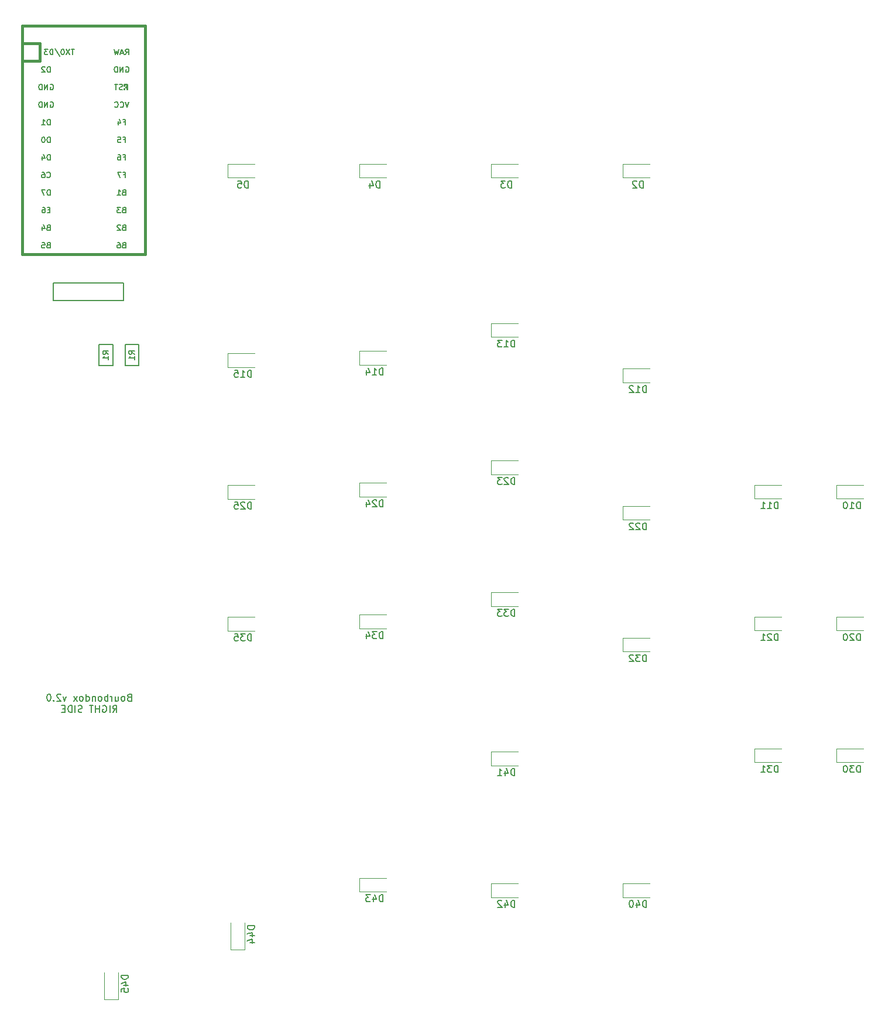
<source format=gbo>
G04 #@! TF.GenerationSoftware,KiCad,Pcbnew,5.1.10*
G04 #@! TF.CreationDate,2022-03-09T15:20:40-05:00*
G04 #@! TF.ProjectId,bourbondox2_right,626f7572-626f-46e6-946f-78325f726967,rev?*
G04 #@! TF.SameCoordinates,Original*
G04 #@! TF.FileFunction,Legend,Bot*
G04 #@! TF.FilePolarity,Positive*
%FSLAX46Y46*%
G04 Gerber Fmt 4.6, Leading zero omitted, Abs format (unit mm)*
G04 Created by KiCad (PCBNEW 5.1.10) date 2022-03-09 15:20:40*
%MOMM*%
%LPD*%
G01*
G04 APERTURE LIST*
%ADD10C,0.150000*%
%ADD11C,0.381000*%
%ADD12C,0.120000*%
G04 APERTURE END LIST*
D10*
X73230654Y-125309821D02*
X73087797Y-125357440D01*
X73040178Y-125405059D01*
X72992559Y-125500297D01*
X72992559Y-125643154D01*
X73040178Y-125738392D01*
X73087797Y-125786011D01*
X73183035Y-125833630D01*
X73563988Y-125833630D01*
X73563988Y-124833630D01*
X73230654Y-124833630D01*
X73135416Y-124881250D01*
X73087797Y-124928869D01*
X73040178Y-125024107D01*
X73040178Y-125119345D01*
X73087797Y-125214583D01*
X73135416Y-125262202D01*
X73230654Y-125309821D01*
X73563988Y-125309821D01*
X72421130Y-125833630D02*
X72516369Y-125786011D01*
X72563988Y-125738392D01*
X72611607Y-125643154D01*
X72611607Y-125357440D01*
X72563988Y-125262202D01*
X72516369Y-125214583D01*
X72421130Y-125166964D01*
X72278273Y-125166964D01*
X72183035Y-125214583D01*
X72135416Y-125262202D01*
X72087797Y-125357440D01*
X72087797Y-125643154D01*
X72135416Y-125738392D01*
X72183035Y-125786011D01*
X72278273Y-125833630D01*
X72421130Y-125833630D01*
X71230654Y-125166964D02*
X71230654Y-125833630D01*
X71659226Y-125166964D02*
X71659226Y-125690773D01*
X71611607Y-125786011D01*
X71516369Y-125833630D01*
X71373511Y-125833630D01*
X71278273Y-125786011D01*
X71230654Y-125738392D01*
X70754464Y-125833630D02*
X70754464Y-125166964D01*
X70754464Y-125357440D02*
X70706845Y-125262202D01*
X70659226Y-125214583D01*
X70563988Y-125166964D01*
X70468750Y-125166964D01*
X70135416Y-125833630D02*
X70135416Y-124833630D01*
X70135416Y-125214583D02*
X70040178Y-125166964D01*
X69849702Y-125166964D01*
X69754464Y-125214583D01*
X69706845Y-125262202D01*
X69659226Y-125357440D01*
X69659226Y-125643154D01*
X69706845Y-125738392D01*
X69754464Y-125786011D01*
X69849702Y-125833630D01*
X70040178Y-125833630D01*
X70135416Y-125786011D01*
X69087797Y-125833630D02*
X69183035Y-125786011D01*
X69230654Y-125738392D01*
X69278273Y-125643154D01*
X69278273Y-125357440D01*
X69230654Y-125262202D01*
X69183035Y-125214583D01*
X69087797Y-125166964D01*
X68944940Y-125166964D01*
X68849702Y-125214583D01*
X68802083Y-125262202D01*
X68754464Y-125357440D01*
X68754464Y-125643154D01*
X68802083Y-125738392D01*
X68849702Y-125786011D01*
X68944940Y-125833630D01*
X69087797Y-125833630D01*
X68325892Y-125166964D02*
X68325892Y-125833630D01*
X68325892Y-125262202D02*
X68278273Y-125214583D01*
X68183035Y-125166964D01*
X68040178Y-125166964D01*
X67944940Y-125214583D01*
X67897321Y-125309821D01*
X67897321Y-125833630D01*
X66992559Y-125833630D02*
X66992559Y-124833630D01*
X66992559Y-125786011D02*
X67087797Y-125833630D01*
X67278273Y-125833630D01*
X67373511Y-125786011D01*
X67421130Y-125738392D01*
X67468750Y-125643154D01*
X67468750Y-125357440D01*
X67421130Y-125262202D01*
X67373511Y-125214583D01*
X67278273Y-125166964D01*
X67087797Y-125166964D01*
X66992559Y-125214583D01*
X66373511Y-125833630D02*
X66468750Y-125786011D01*
X66516369Y-125738392D01*
X66563988Y-125643154D01*
X66563988Y-125357440D01*
X66516369Y-125262202D01*
X66468750Y-125214583D01*
X66373511Y-125166964D01*
X66230654Y-125166964D01*
X66135416Y-125214583D01*
X66087797Y-125262202D01*
X66040178Y-125357440D01*
X66040178Y-125643154D01*
X66087797Y-125738392D01*
X66135416Y-125786011D01*
X66230654Y-125833630D01*
X66373511Y-125833630D01*
X65706845Y-125833630D02*
X65183035Y-125166964D01*
X65706845Y-125166964D02*
X65183035Y-125833630D01*
X64135416Y-125166964D02*
X63897321Y-125833630D01*
X63659226Y-125166964D01*
X63325892Y-124928869D02*
X63278273Y-124881250D01*
X63183035Y-124833630D01*
X62944940Y-124833630D01*
X62849702Y-124881250D01*
X62802083Y-124928869D01*
X62754464Y-125024107D01*
X62754464Y-125119345D01*
X62802083Y-125262202D01*
X63373511Y-125833630D01*
X62754464Y-125833630D01*
X62325892Y-125738392D02*
X62278273Y-125786011D01*
X62325892Y-125833630D01*
X62373511Y-125786011D01*
X62325892Y-125738392D01*
X62325892Y-125833630D01*
X61659226Y-124833630D02*
X61563988Y-124833630D01*
X61468750Y-124881250D01*
X61421130Y-124928869D01*
X61373511Y-125024107D01*
X61325892Y-125214583D01*
X61325892Y-125452678D01*
X61373511Y-125643154D01*
X61421130Y-125738392D01*
X61468750Y-125786011D01*
X61563988Y-125833630D01*
X61659226Y-125833630D01*
X61754464Y-125786011D01*
X61802083Y-125738392D01*
X61849702Y-125643154D01*
X61897321Y-125452678D01*
X61897321Y-125214583D01*
X61849702Y-125024107D01*
X61802083Y-124928869D01*
X61754464Y-124881250D01*
X61659226Y-124833630D01*
X70849702Y-127483630D02*
X71183035Y-127007440D01*
X71421130Y-127483630D02*
X71421130Y-126483630D01*
X71040178Y-126483630D01*
X70944940Y-126531250D01*
X70897321Y-126578869D01*
X70849702Y-126674107D01*
X70849702Y-126816964D01*
X70897321Y-126912202D01*
X70944940Y-126959821D01*
X71040178Y-127007440D01*
X71421130Y-127007440D01*
X70421130Y-127483630D02*
X70421130Y-126483630D01*
X69421130Y-126531250D02*
X69516369Y-126483630D01*
X69659226Y-126483630D01*
X69802083Y-126531250D01*
X69897321Y-126626488D01*
X69944940Y-126721726D01*
X69992559Y-126912202D01*
X69992559Y-127055059D01*
X69944940Y-127245535D01*
X69897321Y-127340773D01*
X69802083Y-127436011D01*
X69659226Y-127483630D01*
X69563988Y-127483630D01*
X69421130Y-127436011D01*
X69373511Y-127388392D01*
X69373511Y-127055059D01*
X69563988Y-127055059D01*
X68944940Y-127483630D02*
X68944940Y-126483630D01*
X68944940Y-126959821D02*
X68373511Y-126959821D01*
X68373511Y-127483630D02*
X68373511Y-126483630D01*
X68040178Y-126483630D02*
X67468750Y-126483630D01*
X67754464Y-127483630D02*
X67754464Y-126483630D01*
X66421130Y-127436011D02*
X66278273Y-127483630D01*
X66040178Y-127483630D01*
X65944940Y-127436011D01*
X65897321Y-127388392D01*
X65849702Y-127293154D01*
X65849702Y-127197916D01*
X65897321Y-127102678D01*
X65944940Y-127055059D01*
X66040178Y-127007440D01*
X66230654Y-126959821D01*
X66325892Y-126912202D01*
X66373511Y-126864583D01*
X66421130Y-126769345D01*
X66421130Y-126674107D01*
X66373511Y-126578869D01*
X66325892Y-126531250D01*
X66230654Y-126483630D01*
X65992559Y-126483630D01*
X65849702Y-126531250D01*
X65421130Y-127483630D02*
X65421130Y-126483630D01*
X64944940Y-127483630D02*
X64944940Y-126483630D01*
X64706845Y-126483630D01*
X64563988Y-126531250D01*
X64468750Y-126626488D01*
X64421130Y-126721726D01*
X64373511Y-126912202D01*
X64373511Y-127055059D01*
X64421130Y-127245535D01*
X64468750Y-127340773D01*
X64563988Y-127436011D01*
X64706845Y-127483630D01*
X64944940Y-127483630D01*
X63944940Y-126959821D02*
X63611607Y-126959821D01*
X63468750Y-127483630D02*
X63944940Y-127483630D01*
X63944940Y-126483630D01*
X63468750Y-126483630D01*
D11*
G04 #@! TO.C,U1*
X60325000Y-33337500D02*
X57785000Y-33337500D01*
X60325000Y-30797500D02*
X60325000Y-33337500D01*
D10*
G36*
X72719635Y-37086530D02*
G01*
X72719635Y-37186530D01*
X72819635Y-37186530D01*
X72819635Y-37086530D01*
X72719635Y-37086530D01*
G37*
X72719635Y-37086530D02*
X72719635Y-37186530D01*
X72819635Y-37186530D01*
X72819635Y-37086530D01*
X72719635Y-37086530D01*
G36*
X72919635Y-36686530D02*
G01*
X72919635Y-37486530D01*
X73019635Y-37486530D01*
X73019635Y-36686530D01*
X72919635Y-36686530D01*
G37*
X72919635Y-36686530D02*
X72919635Y-37486530D01*
X73019635Y-37486530D01*
X73019635Y-36686530D01*
X72919635Y-36686530D01*
G36*
X72519635Y-37286530D02*
G01*
X72519635Y-37486530D01*
X72619635Y-37486530D01*
X72619635Y-37286530D01*
X72519635Y-37286530D01*
G37*
X72519635Y-37286530D02*
X72519635Y-37486530D01*
X72619635Y-37486530D01*
X72619635Y-37286530D01*
X72519635Y-37286530D01*
G36*
X72519635Y-36686530D02*
G01*
X72519635Y-36986530D01*
X72619635Y-36986530D01*
X72619635Y-36686530D01*
X72519635Y-36686530D01*
G37*
X72519635Y-36686530D02*
X72519635Y-36986530D01*
X72619635Y-36986530D01*
X72619635Y-36686530D01*
X72519635Y-36686530D01*
G36*
X72519635Y-36686530D02*
G01*
X72519635Y-36786530D01*
X73019635Y-36786530D01*
X73019635Y-36686530D01*
X72519635Y-36686530D01*
G37*
X72519635Y-36686530D02*
X72519635Y-36786530D01*
X73019635Y-36786530D01*
X73019635Y-36686530D01*
X72519635Y-36686530D01*
D11*
X75565000Y-61277500D02*
X75565000Y-28257500D01*
X57785000Y-61277500D02*
X75565000Y-61277500D01*
X57785000Y-28257500D02*
X57785000Y-61277500D01*
X75565000Y-28257500D02*
X57785000Y-28257500D01*
X60325000Y-30797500D02*
X57785000Y-30797500D01*
D10*
G04 #@! TO.C,R2*
X74624240Y-74338499D02*
X74624240Y-77338499D01*
X74624240Y-77338499D02*
X72624240Y-77338499D01*
X72624240Y-77338499D02*
X72624240Y-74338499D01*
X72624240Y-74338499D02*
X74624240Y-74338499D01*
G04 #@! TO.C,R1*
X70850000Y-74338499D02*
X70850000Y-77338499D01*
X70850000Y-77338499D02*
X68850000Y-77338499D01*
X68850000Y-77338499D02*
X68850000Y-74338499D01*
X68850000Y-74338499D02*
X70850000Y-74338499D01*
G04 #@! TO.C,OL1*
X62230000Y-65405000D02*
X72390000Y-65405000D01*
X72390000Y-65405000D02*
X72390000Y-67945000D01*
X72390000Y-67945000D02*
X62230000Y-67945000D01*
X62230000Y-67945000D02*
X62230000Y-65405000D01*
D12*
G04 #@! TO.C,D45*
X71643750Y-168937500D02*
X69643750Y-168937500D01*
X69643750Y-168937500D02*
X69643750Y-165037500D01*
X71643750Y-168937500D02*
X71643750Y-165037500D01*
G04 #@! TO.C,D44*
X89900000Y-161793750D02*
X87900000Y-161793750D01*
X87900000Y-161793750D02*
X87900000Y-157893750D01*
X89900000Y-161793750D02*
X89900000Y-157893750D01*
G04 #@! TO.C,D43*
X106493750Y-153400000D02*
X106493750Y-151400000D01*
X106493750Y-151400000D02*
X110393750Y-151400000D01*
X106493750Y-153400000D02*
X110393750Y-153400000D01*
G04 #@! TO.C,D42*
X125543750Y-154193750D02*
X125543750Y-152193750D01*
X125543750Y-152193750D02*
X129443750Y-152193750D01*
X125543750Y-154193750D02*
X129443750Y-154193750D01*
G04 #@! TO.C,D41*
X125543750Y-135143750D02*
X125543750Y-133143750D01*
X125543750Y-133143750D02*
X129443750Y-133143750D01*
X125543750Y-135143750D02*
X129443750Y-135143750D01*
G04 #@! TO.C,D40*
X144593750Y-154193750D02*
X144593750Y-152193750D01*
X144593750Y-152193750D02*
X148493750Y-152193750D01*
X144593750Y-154193750D02*
X148493750Y-154193750D01*
G04 #@! TO.C,D35*
X87443750Y-115675000D02*
X87443750Y-113675000D01*
X87443750Y-113675000D02*
X91343750Y-113675000D01*
X87443750Y-115675000D02*
X91343750Y-115675000D01*
G04 #@! TO.C,D34*
X106493750Y-115375000D02*
X106493750Y-113375000D01*
X106493750Y-113375000D02*
X110393750Y-113375000D01*
X106493750Y-115375000D02*
X110393750Y-115375000D01*
G04 #@! TO.C,D33*
X125543750Y-112125000D02*
X125543750Y-110125000D01*
X125543750Y-110125000D02*
X129443750Y-110125000D01*
X125543750Y-112125000D02*
X129443750Y-112125000D01*
G04 #@! TO.C,D32*
X144593750Y-118700000D02*
X144593750Y-116700000D01*
X144593750Y-116700000D02*
X148493750Y-116700000D01*
X144593750Y-118700000D02*
X148493750Y-118700000D01*
G04 #@! TO.C,D31*
X163643750Y-134700000D02*
X163643750Y-132700000D01*
X163643750Y-132700000D02*
X167543750Y-132700000D01*
X163643750Y-134700000D02*
X167543750Y-134700000D01*
G04 #@! TO.C,D30*
X175550000Y-134700000D02*
X175550000Y-132700000D01*
X175550000Y-132700000D02*
X179450000Y-132700000D01*
X175550000Y-134700000D02*
X179450000Y-134700000D01*
G04 #@! TO.C,D25*
X87443750Y-96625000D02*
X87443750Y-94625000D01*
X87443750Y-94625000D02*
X91343750Y-94625000D01*
X87443750Y-96625000D02*
X91343750Y-96625000D01*
G04 #@! TO.C,D24*
X106493750Y-96325000D02*
X106493750Y-94325000D01*
X106493750Y-94325000D02*
X110393750Y-94325000D01*
X106493750Y-96325000D02*
X110393750Y-96325000D01*
G04 #@! TO.C,D23*
X125543750Y-93075000D02*
X125543750Y-91075000D01*
X125543750Y-91075000D02*
X129443750Y-91075000D01*
X125543750Y-93075000D02*
X129443750Y-93075000D01*
G04 #@! TO.C,D22*
X144593750Y-99650000D02*
X144593750Y-97650000D01*
X144593750Y-97650000D02*
X148493750Y-97650000D01*
X144593750Y-99650000D02*
X148493750Y-99650000D01*
G04 #@! TO.C,D21*
X163643750Y-115650000D02*
X163643750Y-113650000D01*
X163643750Y-113650000D02*
X167543750Y-113650000D01*
X163643750Y-115650000D02*
X167543750Y-115650000D01*
G04 #@! TO.C,D20*
X175550000Y-115650000D02*
X175550000Y-113650000D01*
X175550000Y-113650000D02*
X179450000Y-113650000D01*
X175550000Y-115650000D02*
X179450000Y-115650000D01*
G04 #@! TO.C,D15*
X87443750Y-77575000D02*
X87443750Y-75575000D01*
X87443750Y-75575000D02*
X91343750Y-75575000D01*
X87443750Y-77575000D02*
X91343750Y-77575000D01*
G04 #@! TO.C,D14*
X106493750Y-77275000D02*
X106493750Y-75275000D01*
X106493750Y-75275000D02*
X110393750Y-75275000D01*
X106493750Y-77275000D02*
X110393750Y-77275000D01*
G04 #@! TO.C,D13*
X125543750Y-73231250D02*
X125543750Y-71231250D01*
X125543750Y-71231250D02*
X129443750Y-71231250D01*
X125543750Y-73231250D02*
X129443750Y-73231250D01*
G04 #@! TO.C,D12*
X144593750Y-79806250D02*
X144593750Y-77806250D01*
X144593750Y-77806250D02*
X148493750Y-77806250D01*
X144593750Y-79806250D02*
X148493750Y-79806250D01*
G04 #@! TO.C,D11*
X163643750Y-96600000D02*
X163643750Y-94600000D01*
X163643750Y-94600000D02*
X167543750Y-94600000D01*
X163643750Y-96600000D02*
X167543750Y-96600000D01*
G04 #@! TO.C,D10*
X175550000Y-96600000D02*
X175550000Y-94600000D01*
X175550000Y-94600000D02*
X179450000Y-94600000D01*
X175550000Y-96600000D02*
X179450000Y-96600000D01*
G04 #@! TO.C,D5*
X87443750Y-50212500D02*
X87443750Y-48212500D01*
X87443750Y-48212500D02*
X91343750Y-48212500D01*
X87443750Y-50212500D02*
X91343750Y-50212500D01*
G04 #@! TO.C,D4*
X106493750Y-50212500D02*
X106493750Y-48212500D01*
X106493750Y-48212500D02*
X110393750Y-48212500D01*
X106493750Y-50212500D02*
X110393750Y-50212500D01*
G04 #@! TO.C,D3*
X125543750Y-50212500D02*
X125543750Y-48212500D01*
X125543750Y-48212500D02*
X129443750Y-48212500D01*
X125543750Y-50212500D02*
X129443750Y-50212500D01*
G04 #@! TO.C,D2*
X144593750Y-50212500D02*
X144593750Y-48212500D01*
X144593750Y-48212500D02*
X148493750Y-48212500D01*
X144593750Y-50212500D02*
X148493750Y-50212500D01*
G04 #@! TO.C,U1*
D10*
X72248333Y-37451309D02*
X72134047Y-37489404D01*
X71943571Y-37489404D01*
X71867380Y-37451309D01*
X71829285Y-37413214D01*
X71791190Y-37337023D01*
X71791190Y-37260833D01*
X71829285Y-37184642D01*
X71867380Y-37146547D01*
X71943571Y-37108452D01*
X72095952Y-37070357D01*
X72172142Y-37032261D01*
X72210238Y-36994166D01*
X72248333Y-36917976D01*
X72248333Y-36841785D01*
X72210238Y-36765595D01*
X72172142Y-36727500D01*
X72095952Y-36689404D01*
X71905476Y-36689404D01*
X71791190Y-36727500D01*
X71562619Y-36689404D02*
X71105476Y-36689404D01*
X71334047Y-37489404D02*
X71334047Y-36689404D01*
X65293604Y-31629404D02*
X64836461Y-31629404D01*
X65065032Y-32429404D02*
X65065032Y-31629404D01*
X64645985Y-31629404D02*
X64112651Y-32429404D01*
X64112651Y-31629404D02*
X64645985Y-32429404D01*
X63655508Y-31629404D02*
X63579318Y-31629404D01*
X63503128Y-31667500D01*
X63465032Y-31705595D01*
X63426937Y-31781785D01*
X63388842Y-31934166D01*
X63388842Y-32124642D01*
X63426937Y-32277023D01*
X63465032Y-32353214D01*
X63503128Y-32391309D01*
X63579318Y-32429404D01*
X63655508Y-32429404D01*
X63731699Y-32391309D01*
X63769794Y-32353214D01*
X63807889Y-32277023D01*
X63845985Y-32124642D01*
X63845985Y-31934166D01*
X63807889Y-31781785D01*
X63769794Y-31705595D01*
X63731699Y-31667500D01*
X63655508Y-31629404D01*
X62474556Y-31591309D02*
X63160270Y-32619880D01*
X62207889Y-32429404D02*
X62207889Y-31629404D01*
X62017413Y-31629404D01*
X61903128Y-31667500D01*
X61826937Y-31743690D01*
X61788842Y-31819880D01*
X61750747Y-31972261D01*
X61750747Y-32086547D01*
X61788842Y-32238928D01*
X61826937Y-32315119D01*
X61903128Y-32391309D01*
X62017413Y-32429404D01*
X62207889Y-32429404D01*
X61484080Y-31629404D02*
X60988842Y-31629404D01*
X61255508Y-31934166D01*
X61141223Y-31934166D01*
X61065032Y-31972261D01*
X61026937Y-32010357D01*
X60988842Y-32086547D01*
X60988842Y-32277023D01*
X61026937Y-32353214D01*
X61065032Y-32391309D01*
X61141223Y-32429404D01*
X61369794Y-32429404D01*
X61445985Y-32391309D01*
X61484080Y-32353214D01*
X72459809Y-57410357D02*
X72345523Y-57448452D01*
X72307428Y-57486547D01*
X72269333Y-57562738D01*
X72269333Y-57677023D01*
X72307428Y-57753214D01*
X72345523Y-57791309D01*
X72421714Y-57829404D01*
X72726476Y-57829404D01*
X72726476Y-57029404D01*
X72459809Y-57029404D01*
X72383619Y-57067500D01*
X72345523Y-57105595D01*
X72307428Y-57181785D01*
X72307428Y-57257976D01*
X72345523Y-57334166D01*
X72383619Y-57372261D01*
X72459809Y-57410357D01*
X72726476Y-57410357D01*
X71964571Y-57105595D02*
X71926476Y-57067500D01*
X71850285Y-57029404D01*
X71659809Y-57029404D01*
X71583619Y-57067500D01*
X71545523Y-57105595D01*
X71507428Y-57181785D01*
X71507428Y-57257976D01*
X71545523Y-57372261D01*
X72002666Y-57829404D01*
X71507428Y-57829404D01*
X72402666Y-49790357D02*
X72669333Y-49790357D01*
X72669333Y-50209404D02*
X72669333Y-49409404D01*
X72288380Y-49409404D01*
X72059809Y-49409404D02*
X71526476Y-49409404D01*
X71869333Y-50209404D01*
X72402666Y-47250357D02*
X72669333Y-47250357D01*
X72669333Y-47669404D02*
X72669333Y-46869404D01*
X72288380Y-46869404D01*
X71640761Y-46869404D02*
X71793142Y-46869404D01*
X71869333Y-46907500D01*
X71907428Y-46945595D01*
X71983619Y-47059880D01*
X72021714Y-47212261D01*
X72021714Y-47517023D01*
X71983619Y-47593214D01*
X71945523Y-47631309D01*
X71869333Y-47669404D01*
X71716952Y-47669404D01*
X71640761Y-47631309D01*
X71602666Y-47593214D01*
X71564571Y-47517023D01*
X71564571Y-47326547D01*
X71602666Y-47250357D01*
X71640761Y-47212261D01*
X71716952Y-47174166D01*
X71869333Y-47174166D01*
X71945523Y-47212261D01*
X71983619Y-47250357D01*
X72021714Y-47326547D01*
X72402666Y-44710357D02*
X72669333Y-44710357D01*
X72669333Y-45129404D02*
X72669333Y-44329404D01*
X72288380Y-44329404D01*
X71602666Y-44329404D02*
X71983619Y-44329404D01*
X72021714Y-44710357D01*
X71983619Y-44672261D01*
X71907428Y-44634166D01*
X71716952Y-44634166D01*
X71640761Y-44672261D01*
X71602666Y-44710357D01*
X71564571Y-44786547D01*
X71564571Y-44977023D01*
X71602666Y-45053214D01*
X71640761Y-45091309D01*
X71716952Y-45129404D01*
X71907428Y-45129404D01*
X71983619Y-45091309D01*
X72021714Y-45053214D01*
X72688380Y-32429404D02*
X72955047Y-32048452D01*
X73145523Y-32429404D02*
X73145523Y-31629404D01*
X72840761Y-31629404D01*
X72764571Y-31667500D01*
X72726476Y-31705595D01*
X72688380Y-31781785D01*
X72688380Y-31896071D01*
X72726476Y-31972261D01*
X72764571Y-32010357D01*
X72840761Y-32048452D01*
X73145523Y-32048452D01*
X72383619Y-32200833D02*
X72002666Y-32200833D01*
X72459809Y-32429404D02*
X72193142Y-31629404D01*
X71926476Y-32429404D01*
X71736000Y-31629404D02*
X71545523Y-32429404D01*
X71393142Y-31857976D01*
X71240761Y-32429404D01*
X71050285Y-31629404D01*
X72745523Y-34207500D02*
X72821714Y-34169404D01*
X72936000Y-34169404D01*
X73050285Y-34207500D01*
X73126476Y-34283690D01*
X73164571Y-34359880D01*
X73202666Y-34512261D01*
X73202666Y-34626547D01*
X73164571Y-34778928D01*
X73126476Y-34855119D01*
X73050285Y-34931309D01*
X72936000Y-34969404D01*
X72859809Y-34969404D01*
X72745523Y-34931309D01*
X72707428Y-34893214D01*
X72707428Y-34626547D01*
X72859809Y-34626547D01*
X72364571Y-34969404D02*
X72364571Y-34169404D01*
X71907428Y-34969404D01*
X71907428Y-34169404D01*
X71526476Y-34969404D02*
X71526476Y-34169404D01*
X71336000Y-34169404D01*
X71221714Y-34207500D01*
X71145523Y-34283690D01*
X71107428Y-34359880D01*
X71069333Y-34512261D01*
X71069333Y-34626547D01*
X71107428Y-34778928D01*
X71145523Y-34855119D01*
X71221714Y-34931309D01*
X71336000Y-34969404D01*
X71526476Y-34969404D01*
X73202666Y-39249404D02*
X72936000Y-40049404D01*
X72669333Y-39249404D01*
X71945523Y-39973214D02*
X71983619Y-40011309D01*
X72097904Y-40049404D01*
X72174095Y-40049404D01*
X72288380Y-40011309D01*
X72364571Y-39935119D01*
X72402666Y-39858928D01*
X72440761Y-39706547D01*
X72440761Y-39592261D01*
X72402666Y-39439880D01*
X72364571Y-39363690D01*
X72288380Y-39287500D01*
X72174095Y-39249404D01*
X72097904Y-39249404D01*
X71983619Y-39287500D01*
X71945523Y-39325595D01*
X71145523Y-39973214D02*
X71183619Y-40011309D01*
X71297904Y-40049404D01*
X71374095Y-40049404D01*
X71488380Y-40011309D01*
X71564571Y-39935119D01*
X71602666Y-39858928D01*
X71640761Y-39706547D01*
X71640761Y-39592261D01*
X71602666Y-39439880D01*
X71564571Y-39363690D01*
X71488380Y-39287500D01*
X71374095Y-39249404D01*
X71297904Y-39249404D01*
X71183619Y-39287500D01*
X71145523Y-39325595D01*
X72402666Y-42170357D02*
X72669333Y-42170357D01*
X72669333Y-42589404D02*
X72669333Y-41789404D01*
X72288380Y-41789404D01*
X71640761Y-42056071D02*
X71640761Y-42589404D01*
X71831238Y-41751309D02*
X72021714Y-42322738D01*
X71526476Y-42322738D01*
X72459809Y-52330357D02*
X72345523Y-52368452D01*
X72307428Y-52406547D01*
X72269333Y-52482738D01*
X72269333Y-52597023D01*
X72307428Y-52673214D01*
X72345523Y-52711309D01*
X72421714Y-52749404D01*
X72726476Y-52749404D01*
X72726476Y-51949404D01*
X72459809Y-51949404D01*
X72383619Y-51987500D01*
X72345523Y-52025595D01*
X72307428Y-52101785D01*
X72307428Y-52177976D01*
X72345523Y-52254166D01*
X72383619Y-52292261D01*
X72459809Y-52330357D01*
X72726476Y-52330357D01*
X71507428Y-52749404D02*
X71964571Y-52749404D01*
X71736000Y-52749404D02*
X71736000Y-51949404D01*
X71812190Y-52063690D01*
X71888380Y-52139880D01*
X71964571Y-52177976D01*
X72459809Y-54870357D02*
X72345523Y-54908452D01*
X72307428Y-54946547D01*
X72269333Y-55022738D01*
X72269333Y-55137023D01*
X72307428Y-55213214D01*
X72345523Y-55251309D01*
X72421714Y-55289404D01*
X72726476Y-55289404D01*
X72726476Y-54489404D01*
X72459809Y-54489404D01*
X72383619Y-54527500D01*
X72345523Y-54565595D01*
X72307428Y-54641785D01*
X72307428Y-54717976D01*
X72345523Y-54794166D01*
X72383619Y-54832261D01*
X72459809Y-54870357D01*
X72726476Y-54870357D01*
X72002666Y-54489404D02*
X71507428Y-54489404D01*
X71774095Y-54794166D01*
X71659809Y-54794166D01*
X71583619Y-54832261D01*
X71545523Y-54870357D01*
X71507428Y-54946547D01*
X71507428Y-55137023D01*
X71545523Y-55213214D01*
X71583619Y-55251309D01*
X71659809Y-55289404D01*
X71888380Y-55289404D01*
X71964571Y-55251309D01*
X72002666Y-55213214D01*
X72459809Y-59950357D02*
X72345523Y-59988452D01*
X72307428Y-60026547D01*
X72269333Y-60102738D01*
X72269333Y-60217023D01*
X72307428Y-60293214D01*
X72345523Y-60331309D01*
X72421714Y-60369404D01*
X72726476Y-60369404D01*
X72726476Y-59569404D01*
X72459809Y-59569404D01*
X72383619Y-59607500D01*
X72345523Y-59645595D01*
X72307428Y-59721785D01*
X72307428Y-59797976D01*
X72345523Y-59874166D01*
X72383619Y-59912261D01*
X72459809Y-59950357D01*
X72726476Y-59950357D01*
X71583619Y-59569404D02*
X71736000Y-59569404D01*
X71812190Y-59607500D01*
X71850285Y-59645595D01*
X71926476Y-59759880D01*
X71964571Y-59912261D01*
X71964571Y-60217023D01*
X71926476Y-60293214D01*
X71888380Y-60331309D01*
X71812190Y-60369404D01*
X71659809Y-60369404D01*
X71583619Y-60331309D01*
X71545523Y-60293214D01*
X71507428Y-60217023D01*
X71507428Y-60026547D01*
X71545523Y-59950357D01*
X71583619Y-59912261D01*
X71659809Y-59874166D01*
X71812190Y-59874166D01*
X71888380Y-59912261D01*
X71926476Y-59950357D01*
X71964571Y-60026547D01*
X61537809Y-59950357D02*
X61423523Y-59988452D01*
X61385428Y-60026547D01*
X61347333Y-60102738D01*
X61347333Y-60217023D01*
X61385428Y-60293214D01*
X61423523Y-60331309D01*
X61499714Y-60369404D01*
X61804476Y-60369404D01*
X61804476Y-59569404D01*
X61537809Y-59569404D01*
X61461619Y-59607500D01*
X61423523Y-59645595D01*
X61385428Y-59721785D01*
X61385428Y-59797976D01*
X61423523Y-59874166D01*
X61461619Y-59912261D01*
X61537809Y-59950357D01*
X61804476Y-59950357D01*
X60623523Y-59569404D02*
X61004476Y-59569404D01*
X61042571Y-59950357D01*
X61004476Y-59912261D01*
X60928285Y-59874166D01*
X60737809Y-59874166D01*
X60661619Y-59912261D01*
X60623523Y-59950357D01*
X60585428Y-60026547D01*
X60585428Y-60217023D01*
X60623523Y-60293214D01*
X60661619Y-60331309D01*
X60737809Y-60369404D01*
X60928285Y-60369404D01*
X61004476Y-60331309D01*
X61042571Y-60293214D01*
X61537809Y-57410357D02*
X61423523Y-57448452D01*
X61385428Y-57486547D01*
X61347333Y-57562738D01*
X61347333Y-57677023D01*
X61385428Y-57753214D01*
X61423523Y-57791309D01*
X61499714Y-57829404D01*
X61804476Y-57829404D01*
X61804476Y-57029404D01*
X61537809Y-57029404D01*
X61461619Y-57067500D01*
X61423523Y-57105595D01*
X61385428Y-57181785D01*
X61385428Y-57257976D01*
X61423523Y-57334166D01*
X61461619Y-57372261D01*
X61537809Y-57410357D01*
X61804476Y-57410357D01*
X60661619Y-57296071D02*
X60661619Y-57829404D01*
X60852095Y-56991309D02*
X61042571Y-57562738D01*
X60547333Y-57562738D01*
X61766380Y-54870357D02*
X61499714Y-54870357D01*
X61385428Y-55289404D02*
X61766380Y-55289404D01*
X61766380Y-54489404D01*
X61385428Y-54489404D01*
X60699714Y-54489404D02*
X60852095Y-54489404D01*
X60928285Y-54527500D01*
X60966380Y-54565595D01*
X61042571Y-54679880D01*
X61080666Y-54832261D01*
X61080666Y-55137023D01*
X61042571Y-55213214D01*
X61004476Y-55251309D01*
X60928285Y-55289404D01*
X60775904Y-55289404D01*
X60699714Y-55251309D01*
X60661619Y-55213214D01*
X60623523Y-55137023D01*
X60623523Y-54946547D01*
X60661619Y-54870357D01*
X60699714Y-54832261D01*
X60775904Y-54794166D01*
X60928285Y-54794166D01*
X61004476Y-54832261D01*
X61042571Y-54870357D01*
X61080666Y-54946547D01*
X61804476Y-52749404D02*
X61804476Y-51949404D01*
X61614000Y-51949404D01*
X61499714Y-51987500D01*
X61423523Y-52063690D01*
X61385428Y-52139880D01*
X61347333Y-52292261D01*
X61347333Y-52406547D01*
X61385428Y-52558928D01*
X61423523Y-52635119D01*
X61499714Y-52711309D01*
X61614000Y-52749404D01*
X61804476Y-52749404D01*
X61080666Y-51949404D02*
X60547333Y-51949404D01*
X60890190Y-52749404D01*
X61347333Y-50133214D02*
X61385428Y-50171309D01*
X61499714Y-50209404D01*
X61575904Y-50209404D01*
X61690190Y-50171309D01*
X61766380Y-50095119D01*
X61804476Y-50018928D01*
X61842571Y-49866547D01*
X61842571Y-49752261D01*
X61804476Y-49599880D01*
X61766380Y-49523690D01*
X61690190Y-49447500D01*
X61575904Y-49409404D01*
X61499714Y-49409404D01*
X61385428Y-49447500D01*
X61347333Y-49485595D01*
X60661619Y-49409404D02*
X60814000Y-49409404D01*
X60890190Y-49447500D01*
X60928285Y-49485595D01*
X61004476Y-49599880D01*
X61042571Y-49752261D01*
X61042571Y-50057023D01*
X61004476Y-50133214D01*
X60966380Y-50171309D01*
X60890190Y-50209404D01*
X60737809Y-50209404D01*
X60661619Y-50171309D01*
X60623523Y-50133214D01*
X60585428Y-50057023D01*
X60585428Y-49866547D01*
X60623523Y-49790357D01*
X60661619Y-49752261D01*
X60737809Y-49714166D01*
X60890190Y-49714166D01*
X60966380Y-49752261D01*
X61004476Y-49790357D01*
X61042571Y-49866547D01*
X61804476Y-47669404D02*
X61804476Y-46869404D01*
X61614000Y-46869404D01*
X61499714Y-46907500D01*
X61423523Y-46983690D01*
X61385428Y-47059880D01*
X61347333Y-47212261D01*
X61347333Y-47326547D01*
X61385428Y-47478928D01*
X61423523Y-47555119D01*
X61499714Y-47631309D01*
X61614000Y-47669404D01*
X61804476Y-47669404D01*
X60661619Y-47136071D02*
X60661619Y-47669404D01*
X60852095Y-46831309D02*
X61042571Y-47402738D01*
X60547333Y-47402738D01*
X61823523Y-36747500D02*
X61899714Y-36709404D01*
X62014000Y-36709404D01*
X62128285Y-36747500D01*
X62204476Y-36823690D01*
X62242571Y-36899880D01*
X62280666Y-37052261D01*
X62280666Y-37166547D01*
X62242571Y-37318928D01*
X62204476Y-37395119D01*
X62128285Y-37471309D01*
X62014000Y-37509404D01*
X61937809Y-37509404D01*
X61823523Y-37471309D01*
X61785428Y-37433214D01*
X61785428Y-37166547D01*
X61937809Y-37166547D01*
X61442571Y-37509404D02*
X61442571Y-36709404D01*
X60985428Y-37509404D01*
X60985428Y-36709404D01*
X60604476Y-37509404D02*
X60604476Y-36709404D01*
X60414000Y-36709404D01*
X60299714Y-36747500D01*
X60223523Y-36823690D01*
X60185428Y-36899880D01*
X60147333Y-37052261D01*
X60147333Y-37166547D01*
X60185428Y-37318928D01*
X60223523Y-37395119D01*
X60299714Y-37471309D01*
X60414000Y-37509404D01*
X60604476Y-37509404D01*
X61823523Y-39287500D02*
X61899714Y-39249404D01*
X62014000Y-39249404D01*
X62128285Y-39287500D01*
X62204476Y-39363690D01*
X62242571Y-39439880D01*
X62280666Y-39592261D01*
X62280666Y-39706547D01*
X62242571Y-39858928D01*
X62204476Y-39935119D01*
X62128285Y-40011309D01*
X62014000Y-40049404D01*
X61937809Y-40049404D01*
X61823523Y-40011309D01*
X61785428Y-39973214D01*
X61785428Y-39706547D01*
X61937809Y-39706547D01*
X61442571Y-40049404D02*
X61442571Y-39249404D01*
X60985428Y-40049404D01*
X60985428Y-39249404D01*
X60604476Y-40049404D02*
X60604476Y-39249404D01*
X60414000Y-39249404D01*
X60299714Y-39287500D01*
X60223523Y-39363690D01*
X60185428Y-39439880D01*
X60147333Y-39592261D01*
X60147333Y-39706547D01*
X60185428Y-39858928D01*
X60223523Y-39935119D01*
X60299714Y-40011309D01*
X60414000Y-40049404D01*
X60604476Y-40049404D01*
X61804476Y-42589404D02*
X61804476Y-41789404D01*
X61614000Y-41789404D01*
X61499714Y-41827500D01*
X61423523Y-41903690D01*
X61385428Y-41979880D01*
X61347333Y-42132261D01*
X61347333Y-42246547D01*
X61385428Y-42398928D01*
X61423523Y-42475119D01*
X61499714Y-42551309D01*
X61614000Y-42589404D01*
X61804476Y-42589404D01*
X60585428Y-42589404D02*
X61042571Y-42589404D01*
X60814000Y-42589404D02*
X60814000Y-41789404D01*
X60890190Y-41903690D01*
X60966380Y-41979880D01*
X61042571Y-42017976D01*
X61804476Y-45129404D02*
X61804476Y-44329404D01*
X61614000Y-44329404D01*
X61499714Y-44367500D01*
X61423523Y-44443690D01*
X61385428Y-44519880D01*
X61347333Y-44672261D01*
X61347333Y-44786547D01*
X61385428Y-44938928D01*
X61423523Y-45015119D01*
X61499714Y-45091309D01*
X61614000Y-45129404D01*
X61804476Y-45129404D01*
X60852095Y-44329404D02*
X60775904Y-44329404D01*
X60699714Y-44367500D01*
X60661619Y-44405595D01*
X60623523Y-44481785D01*
X60585428Y-44634166D01*
X60585428Y-44824642D01*
X60623523Y-44977023D01*
X60661619Y-45053214D01*
X60699714Y-45091309D01*
X60775904Y-45129404D01*
X60852095Y-45129404D01*
X60928285Y-45091309D01*
X60966380Y-45053214D01*
X61004476Y-44977023D01*
X61042571Y-44824642D01*
X61042571Y-44634166D01*
X61004476Y-44481785D01*
X60966380Y-44405595D01*
X60928285Y-44367500D01*
X60852095Y-44329404D01*
X61804476Y-34969404D02*
X61804476Y-34169404D01*
X61614000Y-34169404D01*
X61499714Y-34207500D01*
X61423523Y-34283690D01*
X61385428Y-34359880D01*
X61347333Y-34512261D01*
X61347333Y-34626547D01*
X61385428Y-34778928D01*
X61423523Y-34855119D01*
X61499714Y-34931309D01*
X61614000Y-34969404D01*
X61804476Y-34969404D01*
X61042571Y-34245595D02*
X61004476Y-34207500D01*
X60928285Y-34169404D01*
X60737809Y-34169404D01*
X60661619Y-34207500D01*
X60623523Y-34245595D01*
X60585428Y-34321785D01*
X60585428Y-34397976D01*
X60623523Y-34512261D01*
X61080666Y-34969404D01*
X60585428Y-34969404D01*
G04 #@! TO.C,R2*
X73986144Y-75705165D02*
X73605192Y-75438499D01*
X73986144Y-75248022D02*
X73186144Y-75248022D01*
X73186144Y-75552784D01*
X73224240Y-75628975D01*
X73262335Y-75667070D01*
X73338525Y-75705165D01*
X73452811Y-75705165D01*
X73529001Y-75667070D01*
X73567097Y-75628975D01*
X73605192Y-75552784D01*
X73605192Y-75248022D01*
X73986144Y-76467070D02*
X73986144Y-76009927D01*
X73986144Y-76238499D02*
X73186144Y-76238499D01*
X73300430Y-76162308D01*
X73376620Y-76086118D01*
X73414716Y-76009927D01*
G04 #@! TO.C,R1*
X70211904Y-75705165D02*
X69830952Y-75438499D01*
X70211904Y-75248022D02*
X69411904Y-75248022D01*
X69411904Y-75552784D01*
X69450000Y-75628975D01*
X69488095Y-75667070D01*
X69564285Y-75705165D01*
X69678571Y-75705165D01*
X69754761Y-75667070D01*
X69792857Y-75628975D01*
X69830952Y-75552784D01*
X69830952Y-75248022D01*
X70211904Y-76467070D02*
X70211904Y-76009927D01*
X70211904Y-76238499D02*
X69411904Y-76238499D01*
X69526190Y-76162308D01*
X69602380Y-76086118D01*
X69640476Y-76009927D01*
G04 #@! TO.C,D45*
X73096130Y-165473214D02*
X72096130Y-165473214D01*
X72096130Y-165711309D01*
X72143750Y-165854166D01*
X72238988Y-165949404D01*
X72334226Y-165997023D01*
X72524702Y-166044642D01*
X72667559Y-166044642D01*
X72858035Y-165997023D01*
X72953273Y-165949404D01*
X73048511Y-165854166D01*
X73096130Y-165711309D01*
X73096130Y-165473214D01*
X72429464Y-166901785D02*
X73096130Y-166901785D01*
X72048511Y-166663690D02*
X72762797Y-166425595D01*
X72762797Y-167044642D01*
X72096130Y-167901785D02*
X72096130Y-167425595D01*
X72572321Y-167377976D01*
X72524702Y-167425595D01*
X72477083Y-167520833D01*
X72477083Y-167758928D01*
X72524702Y-167854166D01*
X72572321Y-167901785D01*
X72667559Y-167949404D01*
X72905654Y-167949404D01*
X73000892Y-167901785D01*
X73048511Y-167854166D01*
X73096130Y-167758928D01*
X73096130Y-167520833D01*
X73048511Y-167425595D01*
X73000892Y-167377976D01*
G04 #@! TO.C,D44*
X91352380Y-158329464D02*
X90352380Y-158329464D01*
X90352380Y-158567559D01*
X90400000Y-158710416D01*
X90495238Y-158805654D01*
X90590476Y-158853273D01*
X90780952Y-158900892D01*
X90923809Y-158900892D01*
X91114285Y-158853273D01*
X91209523Y-158805654D01*
X91304761Y-158710416D01*
X91352380Y-158567559D01*
X91352380Y-158329464D01*
X90685714Y-159758035D02*
X91352380Y-159758035D01*
X90304761Y-159519940D02*
X91019047Y-159281845D01*
X91019047Y-159900892D01*
X90685714Y-160710416D02*
X91352380Y-160710416D01*
X90304761Y-160472321D02*
X91019047Y-160234226D01*
X91019047Y-160853273D01*
G04 #@! TO.C,D43*
X109958035Y-154852380D02*
X109958035Y-153852380D01*
X109719940Y-153852380D01*
X109577083Y-153900000D01*
X109481845Y-153995238D01*
X109434226Y-154090476D01*
X109386607Y-154280952D01*
X109386607Y-154423809D01*
X109434226Y-154614285D01*
X109481845Y-154709523D01*
X109577083Y-154804761D01*
X109719940Y-154852380D01*
X109958035Y-154852380D01*
X108529464Y-154185714D02*
X108529464Y-154852380D01*
X108767559Y-153804761D02*
X109005654Y-154519047D01*
X108386607Y-154519047D01*
X108100892Y-153852380D02*
X107481845Y-153852380D01*
X107815178Y-154233333D01*
X107672321Y-154233333D01*
X107577083Y-154280952D01*
X107529464Y-154328571D01*
X107481845Y-154423809D01*
X107481845Y-154661904D01*
X107529464Y-154757142D01*
X107577083Y-154804761D01*
X107672321Y-154852380D01*
X107958035Y-154852380D01*
X108053273Y-154804761D01*
X108100892Y-154757142D01*
G04 #@! TO.C,D42*
X129008035Y-155646130D02*
X129008035Y-154646130D01*
X128769940Y-154646130D01*
X128627083Y-154693750D01*
X128531845Y-154788988D01*
X128484226Y-154884226D01*
X128436607Y-155074702D01*
X128436607Y-155217559D01*
X128484226Y-155408035D01*
X128531845Y-155503273D01*
X128627083Y-155598511D01*
X128769940Y-155646130D01*
X129008035Y-155646130D01*
X127579464Y-154979464D02*
X127579464Y-155646130D01*
X127817559Y-154598511D02*
X128055654Y-155312797D01*
X127436607Y-155312797D01*
X127103273Y-154741369D02*
X127055654Y-154693750D01*
X126960416Y-154646130D01*
X126722321Y-154646130D01*
X126627083Y-154693750D01*
X126579464Y-154741369D01*
X126531845Y-154836607D01*
X126531845Y-154931845D01*
X126579464Y-155074702D01*
X127150892Y-155646130D01*
X126531845Y-155646130D01*
G04 #@! TO.C,D41*
X129008035Y-136596130D02*
X129008035Y-135596130D01*
X128769940Y-135596130D01*
X128627083Y-135643750D01*
X128531845Y-135738988D01*
X128484226Y-135834226D01*
X128436607Y-136024702D01*
X128436607Y-136167559D01*
X128484226Y-136358035D01*
X128531845Y-136453273D01*
X128627083Y-136548511D01*
X128769940Y-136596130D01*
X129008035Y-136596130D01*
X127579464Y-135929464D02*
X127579464Y-136596130D01*
X127817559Y-135548511D02*
X128055654Y-136262797D01*
X127436607Y-136262797D01*
X126531845Y-136596130D02*
X127103273Y-136596130D01*
X126817559Y-136596130D02*
X126817559Y-135596130D01*
X126912797Y-135738988D01*
X127008035Y-135834226D01*
X127103273Y-135881845D01*
G04 #@! TO.C,D40*
X148058035Y-155646130D02*
X148058035Y-154646130D01*
X147819940Y-154646130D01*
X147677083Y-154693750D01*
X147581845Y-154788988D01*
X147534226Y-154884226D01*
X147486607Y-155074702D01*
X147486607Y-155217559D01*
X147534226Y-155408035D01*
X147581845Y-155503273D01*
X147677083Y-155598511D01*
X147819940Y-155646130D01*
X148058035Y-155646130D01*
X146629464Y-154979464D02*
X146629464Y-155646130D01*
X146867559Y-154598511D02*
X147105654Y-155312797D01*
X146486607Y-155312797D01*
X145915178Y-154646130D02*
X145819940Y-154646130D01*
X145724702Y-154693750D01*
X145677083Y-154741369D01*
X145629464Y-154836607D01*
X145581845Y-155027083D01*
X145581845Y-155265178D01*
X145629464Y-155455654D01*
X145677083Y-155550892D01*
X145724702Y-155598511D01*
X145819940Y-155646130D01*
X145915178Y-155646130D01*
X146010416Y-155598511D01*
X146058035Y-155550892D01*
X146105654Y-155455654D01*
X146153273Y-155265178D01*
X146153273Y-155027083D01*
X146105654Y-154836607D01*
X146058035Y-154741369D01*
X146010416Y-154693750D01*
X145915178Y-154646130D01*
G04 #@! TO.C,D35*
X90908035Y-117127380D02*
X90908035Y-116127380D01*
X90669940Y-116127380D01*
X90527083Y-116175000D01*
X90431845Y-116270238D01*
X90384226Y-116365476D01*
X90336607Y-116555952D01*
X90336607Y-116698809D01*
X90384226Y-116889285D01*
X90431845Y-116984523D01*
X90527083Y-117079761D01*
X90669940Y-117127380D01*
X90908035Y-117127380D01*
X90003273Y-116127380D02*
X89384226Y-116127380D01*
X89717559Y-116508333D01*
X89574702Y-116508333D01*
X89479464Y-116555952D01*
X89431845Y-116603571D01*
X89384226Y-116698809D01*
X89384226Y-116936904D01*
X89431845Y-117032142D01*
X89479464Y-117079761D01*
X89574702Y-117127380D01*
X89860416Y-117127380D01*
X89955654Y-117079761D01*
X90003273Y-117032142D01*
X88479464Y-116127380D02*
X88955654Y-116127380D01*
X89003273Y-116603571D01*
X88955654Y-116555952D01*
X88860416Y-116508333D01*
X88622321Y-116508333D01*
X88527083Y-116555952D01*
X88479464Y-116603571D01*
X88431845Y-116698809D01*
X88431845Y-116936904D01*
X88479464Y-117032142D01*
X88527083Y-117079761D01*
X88622321Y-117127380D01*
X88860416Y-117127380D01*
X88955654Y-117079761D01*
X89003273Y-117032142D01*
G04 #@! TO.C,D34*
X109958035Y-116827380D02*
X109958035Y-115827380D01*
X109719940Y-115827380D01*
X109577083Y-115875000D01*
X109481845Y-115970238D01*
X109434226Y-116065476D01*
X109386607Y-116255952D01*
X109386607Y-116398809D01*
X109434226Y-116589285D01*
X109481845Y-116684523D01*
X109577083Y-116779761D01*
X109719940Y-116827380D01*
X109958035Y-116827380D01*
X109053273Y-115827380D02*
X108434226Y-115827380D01*
X108767559Y-116208333D01*
X108624702Y-116208333D01*
X108529464Y-116255952D01*
X108481845Y-116303571D01*
X108434226Y-116398809D01*
X108434226Y-116636904D01*
X108481845Y-116732142D01*
X108529464Y-116779761D01*
X108624702Y-116827380D01*
X108910416Y-116827380D01*
X109005654Y-116779761D01*
X109053273Y-116732142D01*
X107577083Y-116160714D02*
X107577083Y-116827380D01*
X107815178Y-115779761D02*
X108053273Y-116494047D01*
X107434226Y-116494047D01*
G04 #@! TO.C,D33*
X129008035Y-113577380D02*
X129008035Y-112577380D01*
X128769940Y-112577380D01*
X128627083Y-112625000D01*
X128531845Y-112720238D01*
X128484226Y-112815476D01*
X128436607Y-113005952D01*
X128436607Y-113148809D01*
X128484226Y-113339285D01*
X128531845Y-113434523D01*
X128627083Y-113529761D01*
X128769940Y-113577380D01*
X129008035Y-113577380D01*
X128103273Y-112577380D02*
X127484226Y-112577380D01*
X127817559Y-112958333D01*
X127674702Y-112958333D01*
X127579464Y-113005952D01*
X127531845Y-113053571D01*
X127484226Y-113148809D01*
X127484226Y-113386904D01*
X127531845Y-113482142D01*
X127579464Y-113529761D01*
X127674702Y-113577380D01*
X127960416Y-113577380D01*
X128055654Y-113529761D01*
X128103273Y-113482142D01*
X127150892Y-112577380D02*
X126531845Y-112577380D01*
X126865178Y-112958333D01*
X126722321Y-112958333D01*
X126627083Y-113005952D01*
X126579464Y-113053571D01*
X126531845Y-113148809D01*
X126531845Y-113386904D01*
X126579464Y-113482142D01*
X126627083Y-113529761D01*
X126722321Y-113577380D01*
X127008035Y-113577380D01*
X127103273Y-113529761D01*
X127150892Y-113482142D01*
G04 #@! TO.C,D32*
X148058035Y-120152380D02*
X148058035Y-119152380D01*
X147819940Y-119152380D01*
X147677083Y-119200000D01*
X147581845Y-119295238D01*
X147534226Y-119390476D01*
X147486607Y-119580952D01*
X147486607Y-119723809D01*
X147534226Y-119914285D01*
X147581845Y-120009523D01*
X147677083Y-120104761D01*
X147819940Y-120152380D01*
X148058035Y-120152380D01*
X147153273Y-119152380D02*
X146534226Y-119152380D01*
X146867559Y-119533333D01*
X146724702Y-119533333D01*
X146629464Y-119580952D01*
X146581845Y-119628571D01*
X146534226Y-119723809D01*
X146534226Y-119961904D01*
X146581845Y-120057142D01*
X146629464Y-120104761D01*
X146724702Y-120152380D01*
X147010416Y-120152380D01*
X147105654Y-120104761D01*
X147153273Y-120057142D01*
X146153273Y-119247619D02*
X146105654Y-119200000D01*
X146010416Y-119152380D01*
X145772321Y-119152380D01*
X145677083Y-119200000D01*
X145629464Y-119247619D01*
X145581845Y-119342857D01*
X145581845Y-119438095D01*
X145629464Y-119580952D01*
X146200892Y-120152380D01*
X145581845Y-120152380D01*
G04 #@! TO.C,D31*
X167108035Y-136152380D02*
X167108035Y-135152380D01*
X166869940Y-135152380D01*
X166727083Y-135200000D01*
X166631845Y-135295238D01*
X166584226Y-135390476D01*
X166536607Y-135580952D01*
X166536607Y-135723809D01*
X166584226Y-135914285D01*
X166631845Y-136009523D01*
X166727083Y-136104761D01*
X166869940Y-136152380D01*
X167108035Y-136152380D01*
X166203273Y-135152380D02*
X165584226Y-135152380D01*
X165917559Y-135533333D01*
X165774702Y-135533333D01*
X165679464Y-135580952D01*
X165631845Y-135628571D01*
X165584226Y-135723809D01*
X165584226Y-135961904D01*
X165631845Y-136057142D01*
X165679464Y-136104761D01*
X165774702Y-136152380D01*
X166060416Y-136152380D01*
X166155654Y-136104761D01*
X166203273Y-136057142D01*
X164631845Y-136152380D02*
X165203273Y-136152380D01*
X164917559Y-136152380D02*
X164917559Y-135152380D01*
X165012797Y-135295238D01*
X165108035Y-135390476D01*
X165203273Y-135438095D01*
G04 #@! TO.C,D30*
X179014285Y-136152380D02*
X179014285Y-135152380D01*
X178776190Y-135152380D01*
X178633333Y-135200000D01*
X178538095Y-135295238D01*
X178490476Y-135390476D01*
X178442857Y-135580952D01*
X178442857Y-135723809D01*
X178490476Y-135914285D01*
X178538095Y-136009523D01*
X178633333Y-136104761D01*
X178776190Y-136152380D01*
X179014285Y-136152380D01*
X178109523Y-135152380D02*
X177490476Y-135152380D01*
X177823809Y-135533333D01*
X177680952Y-135533333D01*
X177585714Y-135580952D01*
X177538095Y-135628571D01*
X177490476Y-135723809D01*
X177490476Y-135961904D01*
X177538095Y-136057142D01*
X177585714Y-136104761D01*
X177680952Y-136152380D01*
X177966666Y-136152380D01*
X178061904Y-136104761D01*
X178109523Y-136057142D01*
X176871428Y-135152380D02*
X176776190Y-135152380D01*
X176680952Y-135200000D01*
X176633333Y-135247619D01*
X176585714Y-135342857D01*
X176538095Y-135533333D01*
X176538095Y-135771428D01*
X176585714Y-135961904D01*
X176633333Y-136057142D01*
X176680952Y-136104761D01*
X176776190Y-136152380D01*
X176871428Y-136152380D01*
X176966666Y-136104761D01*
X177014285Y-136057142D01*
X177061904Y-135961904D01*
X177109523Y-135771428D01*
X177109523Y-135533333D01*
X177061904Y-135342857D01*
X177014285Y-135247619D01*
X176966666Y-135200000D01*
X176871428Y-135152380D01*
G04 #@! TO.C,D25*
X90908035Y-98077380D02*
X90908035Y-97077380D01*
X90669940Y-97077380D01*
X90527083Y-97125000D01*
X90431845Y-97220238D01*
X90384226Y-97315476D01*
X90336607Y-97505952D01*
X90336607Y-97648809D01*
X90384226Y-97839285D01*
X90431845Y-97934523D01*
X90527083Y-98029761D01*
X90669940Y-98077380D01*
X90908035Y-98077380D01*
X89955654Y-97172619D02*
X89908035Y-97125000D01*
X89812797Y-97077380D01*
X89574702Y-97077380D01*
X89479464Y-97125000D01*
X89431845Y-97172619D01*
X89384226Y-97267857D01*
X89384226Y-97363095D01*
X89431845Y-97505952D01*
X90003273Y-98077380D01*
X89384226Y-98077380D01*
X88479464Y-97077380D02*
X88955654Y-97077380D01*
X89003273Y-97553571D01*
X88955654Y-97505952D01*
X88860416Y-97458333D01*
X88622321Y-97458333D01*
X88527083Y-97505952D01*
X88479464Y-97553571D01*
X88431845Y-97648809D01*
X88431845Y-97886904D01*
X88479464Y-97982142D01*
X88527083Y-98029761D01*
X88622321Y-98077380D01*
X88860416Y-98077380D01*
X88955654Y-98029761D01*
X89003273Y-97982142D01*
G04 #@! TO.C,D24*
X109958035Y-97777380D02*
X109958035Y-96777380D01*
X109719940Y-96777380D01*
X109577083Y-96825000D01*
X109481845Y-96920238D01*
X109434226Y-97015476D01*
X109386607Y-97205952D01*
X109386607Y-97348809D01*
X109434226Y-97539285D01*
X109481845Y-97634523D01*
X109577083Y-97729761D01*
X109719940Y-97777380D01*
X109958035Y-97777380D01*
X109005654Y-96872619D02*
X108958035Y-96825000D01*
X108862797Y-96777380D01*
X108624702Y-96777380D01*
X108529464Y-96825000D01*
X108481845Y-96872619D01*
X108434226Y-96967857D01*
X108434226Y-97063095D01*
X108481845Y-97205952D01*
X109053273Y-97777380D01*
X108434226Y-97777380D01*
X107577083Y-97110714D02*
X107577083Y-97777380D01*
X107815178Y-96729761D02*
X108053273Y-97444047D01*
X107434226Y-97444047D01*
G04 #@! TO.C,D23*
X129008035Y-94527380D02*
X129008035Y-93527380D01*
X128769940Y-93527380D01*
X128627083Y-93575000D01*
X128531845Y-93670238D01*
X128484226Y-93765476D01*
X128436607Y-93955952D01*
X128436607Y-94098809D01*
X128484226Y-94289285D01*
X128531845Y-94384523D01*
X128627083Y-94479761D01*
X128769940Y-94527380D01*
X129008035Y-94527380D01*
X128055654Y-93622619D02*
X128008035Y-93575000D01*
X127912797Y-93527380D01*
X127674702Y-93527380D01*
X127579464Y-93575000D01*
X127531845Y-93622619D01*
X127484226Y-93717857D01*
X127484226Y-93813095D01*
X127531845Y-93955952D01*
X128103273Y-94527380D01*
X127484226Y-94527380D01*
X127150892Y-93527380D02*
X126531845Y-93527380D01*
X126865178Y-93908333D01*
X126722321Y-93908333D01*
X126627083Y-93955952D01*
X126579464Y-94003571D01*
X126531845Y-94098809D01*
X126531845Y-94336904D01*
X126579464Y-94432142D01*
X126627083Y-94479761D01*
X126722321Y-94527380D01*
X127008035Y-94527380D01*
X127103273Y-94479761D01*
X127150892Y-94432142D01*
G04 #@! TO.C,D22*
X148058035Y-101102380D02*
X148058035Y-100102380D01*
X147819940Y-100102380D01*
X147677083Y-100150000D01*
X147581845Y-100245238D01*
X147534226Y-100340476D01*
X147486607Y-100530952D01*
X147486607Y-100673809D01*
X147534226Y-100864285D01*
X147581845Y-100959523D01*
X147677083Y-101054761D01*
X147819940Y-101102380D01*
X148058035Y-101102380D01*
X147105654Y-100197619D02*
X147058035Y-100150000D01*
X146962797Y-100102380D01*
X146724702Y-100102380D01*
X146629464Y-100150000D01*
X146581845Y-100197619D01*
X146534226Y-100292857D01*
X146534226Y-100388095D01*
X146581845Y-100530952D01*
X147153273Y-101102380D01*
X146534226Y-101102380D01*
X146153273Y-100197619D02*
X146105654Y-100150000D01*
X146010416Y-100102380D01*
X145772321Y-100102380D01*
X145677083Y-100150000D01*
X145629464Y-100197619D01*
X145581845Y-100292857D01*
X145581845Y-100388095D01*
X145629464Y-100530952D01*
X146200892Y-101102380D01*
X145581845Y-101102380D01*
G04 #@! TO.C,D21*
X167108035Y-117102380D02*
X167108035Y-116102380D01*
X166869940Y-116102380D01*
X166727083Y-116150000D01*
X166631845Y-116245238D01*
X166584226Y-116340476D01*
X166536607Y-116530952D01*
X166536607Y-116673809D01*
X166584226Y-116864285D01*
X166631845Y-116959523D01*
X166727083Y-117054761D01*
X166869940Y-117102380D01*
X167108035Y-117102380D01*
X166155654Y-116197619D02*
X166108035Y-116150000D01*
X166012797Y-116102380D01*
X165774702Y-116102380D01*
X165679464Y-116150000D01*
X165631845Y-116197619D01*
X165584226Y-116292857D01*
X165584226Y-116388095D01*
X165631845Y-116530952D01*
X166203273Y-117102380D01*
X165584226Y-117102380D01*
X164631845Y-117102380D02*
X165203273Y-117102380D01*
X164917559Y-117102380D02*
X164917559Y-116102380D01*
X165012797Y-116245238D01*
X165108035Y-116340476D01*
X165203273Y-116388095D01*
G04 #@! TO.C,D20*
X179014285Y-117102380D02*
X179014285Y-116102380D01*
X178776190Y-116102380D01*
X178633333Y-116150000D01*
X178538095Y-116245238D01*
X178490476Y-116340476D01*
X178442857Y-116530952D01*
X178442857Y-116673809D01*
X178490476Y-116864285D01*
X178538095Y-116959523D01*
X178633333Y-117054761D01*
X178776190Y-117102380D01*
X179014285Y-117102380D01*
X178061904Y-116197619D02*
X178014285Y-116150000D01*
X177919047Y-116102380D01*
X177680952Y-116102380D01*
X177585714Y-116150000D01*
X177538095Y-116197619D01*
X177490476Y-116292857D01*
X177490476Y-116388095D01*
X177538095Y-116530952D01*
X178109523Y-117102380D01*
X177490476Y-117102380D01*
X176871428Y-116102380D02*
X176776190Y-116102380D01*
X176680952Y-116150000D01*
X176633333Y-116197619D01*
X176585714Y-116292857D01*
X176538095Y-116483333D01*
X176538095Y-116721428D01*
X176585714Y-116911904D01*
X176633333Y-117007142D01*
X176680952Y-117054761D01*
X176776190Y-117102380D01*
X176871428Y-117102380D01*
X176966666Y-117054761D01*
X177014285Y-117007142D01*
X177061904Y-116911904D01*
X177109523Y-116721428D01*
X177109523Y-116483333D01*
X177061904Y-116292857D01*
X177014285Y-116197619D01*
X176966666Y-116150000D01*
X176871428Y-116102380D01*
G04 #@! TO.C,D15*
X90908035Y-79027380D02*
X90908035Y-78027380D01*
X90669940Y-78027380D01*
X90527083Y-78075000D01*
X90431845Y-78170238D01*
X90384226Y-78265476D01*
X90336607Y-78455952D01*
X90336607Y-78598809D01*
X90384226Y-78789285D01*
X90431845Y-78884523D01*
X90527083Y-78979761D01*
X90669940Y-79027380D01*
X90908035Y-79027380D01*
X89384226Y-79027380D02*
X89955654Y-79027380D01*
X89669940Y-79027380D02*
X89669940Y-78027380D01*
X89765178Y-78170238D01*
X89860416Y-78265476D01*
X89955654Y-78313095D01*
X88479464Y-78027380D02*
X88955654Y-78027380D01*
X89003273Y-78503571D01*
X88955654Y-78455952D01*
X88860416Y-78408333D01*
X88622321Y-78408333D01*
X88527083Y-78455952D01*
X88479464Y-78503571D01*
X88431845Y-78598809D01*
X88431845Y-78836904D01*
X88479464Y-78932142D01*
X88527083Y-78979761D01*
X88622321Y-79027380D01*
X88860416Y-79027380D01*
X88955654Y-78979761D01*
X89003273Y-78932142D01*
G04 #@! TO.C,D14*
X109958035Y-78727380D02*
X109958035Y-77727380D01*
X109719940Y-77727380D01*
X109577083Y-77775000D01*
X109481845Y-77870238D01*
X109434226Y-77965476D01*
X109386607Y-78155952D01*
X109386607Y-78298809D01*
X109434226Y-78489285D01*
X109481845Y-78584523D01*
X109577083Y-78679761D01*
X109719940Y-78727380D01*
X109958035Y-78727380D01*
X108434226Y-78727380D02*
X109005654Y-78727380D01*
X108719940Y-78727380D02*
X108719940Y-77727380D01*
X108815178Y-77870238D01*
X108910416Y-77965476D01*
X109005654Y-78013095D01*
X107577083Y-78060714D02*
X107577083Y-78727380D01*
X107815178Y-77679761D02*
X108053273Y-78394047D01*
X107434226Y-78394047D01*
G04 #@! TO.C,D13*
X129008035Y-74683630D02*
X129008035Y-73683630D01*
X128769940Y-73683630D01*
X128627083Y-73731250D01*
X128531845Y-73826488D01*
X128484226Y-73921726D01*
X128436607Y-74112202D01*
X128436607Y-74255059D01*
X128484226Y-74445535D01*
X128531845Y-74540773D01*
X128627083Y-74636011D01*
X128769940Y-74683630D01*
X129008035Y-74683630D01*
X127484226Y-74683630D02*
X128055654Y-74683630D01*
X127769940Y-74683630D02*
X127769940Y-73683630D01*
X127865178Y-73826488D01*
X127960416Y-73921726D01*
X128055654Y-73969345D01*
X127150892Y-73683630D02*
X126531845Y-73683630D01*
X126865178Y-74064583D01*
X126722321Y-74064583D01*
X126627083Y-74112202D01*
X126579464Y-74159821D01*
X126531845Y-74255059D01*
X126531845Y-74493154D01*
X126579464Y-74588392D01*
X126627083Y-74636011D01*
X126722321Y-74683630D01*
X127008035Y-74683630D01*
X127103273Y-74636011D01*
X127150892Y-74588392D01*
G04 #@! TO.C,D12*
X148058035Y-81258630D02*
X148058035Y-80258630D01*
X147819940Y-80258630D01*
X147677083Y-80306250D01*
X147581845Y-80401488D01*
X147534226Y-80496726D01*
X147486607Y-80687202D01*
X147486607Y-80830059D01*
X147534226Y-81020535D01*
X147581845Y-81115773D01*
X147677083Y-81211011D01*
X147819940Y-81258630D01*
X148058035Y-81258630D01*
X146534226Y-81258630D02*
X147105654Y-81258630D01*
X146819940Y-81258630D02*
X146819940Y-80258630D01*
X146915178Y-80401488D01*
X147010416Y-80496726D01*
X147105654Y-80544345D01*
X146153273Y-80353869D02*
X146105654Y-80306250D01*
X146010416Y-80258630D01*
X145772321Y-80258630D01*
X145677083Y-80306250D01*
X145629464Y-80353869D01*
X145581845Y-80449107D01*
X145581845Y-80544345D01*
X145629464Y-80687202D01*
X146200892Y-81258630D01*
X145581845Y-81258630D01*
G04 #@! TO.C,D11*
X167108035Y-98052380D02*
X167108035Y-97052380D01*
X166869940Y-97052380D01*
X166727083Y-97100000D01*
X166631845Y-97195238D01*
X166584226Y-97290476D01*
X166536607Y-97480952D01*
X166536607Y-97623809D01*
X166584226Y-97814285D01*
X166631845Y-97909523D01*
X166727083Y-98004761D01*
X166869940Y-98052380D01*
X167108035Y-98052380D01*
X165584226Y-98052380D02*
X166155654Y-98052380D01*
X165869940Y-98052380D02*
X165869940Y-97052380D01*
X165965178Y-97195238D01*
X166060416Y-97290476D01*
X166155654Y-97338095D01*
X164631845Y-98052380D02*
X165203273Y-98052380D01*
X164917559Y-98052380D02*
X164917559Y-97052380D01*
X165012797Y-97195238D01*
X165108035Y-97290476D01*
X165203273Y-97338095D01*
G04 #@! TO.C,D10*
X179014285Y-98052380D02*
X179014285Y-97052380D01*
X178776190Y-97052380D01*
X178633333Y-97100000D01*
X178538095Y-97195238D01*
X178490476Y-97290476D01*
X178442857Y-97480952D01*
X178442857Y-97623809D01*
X178490476Y-97814285D01*
X178538095Y-97909523D01*
X178633333Y-98004761D01*
X178776190Y-98052380D01*
X179014285Y-98052380D01*
X177490476Y-98052380D02*
X178061904Y-98052380D01*
X177776190Y-98052380D02*
X177776190Y-97052380D01*
X177871428Y-97195238D01*
X177966666Y-97290476D01*
X178061904Y-97338095D01*
X176871428Y-97052380D02*
X176776190Y-97052380D01*
X176680952Y-97100000D01*
X176633333Y-97147619D01*
X176585714Y-97242857D01*
X176538095Y-97433333D01*
X176538095Y-97671428D01*
X176585714Y-97861904D01*
X176633333Y-97957142D01*
X176680952Y-98004761D01*
X176776190Y-98052380D01*
X176871428Y-98052380D01*
X176966666Y-98004761D01*
X177014285Y-97957142D01*
X177061904Y-97861904D01*
X177109523Y-97671428D01*
X177109523Y-97433333D01*
X177061904Y-97242857D01*
X177014285Y-97147619D01*
X176966666Y-97100000D01*
X176871428Y-97052380D01*
G04 #@! TO.C,D5*
X90431845Y-51664880D02*
X90431845Y-50664880D01*
X90193750Y-50664880D01*
X90050892Y-50712500D01*
X89955654Y-50807738D01*
X89908035Y-50902976D01*
X89860416Y-51093452D01*
X89860416Y-51236309D01*
X89908035Y-51426785D01*
X89955654Y-51522023D01*
X90050892Y-51617261D01*
X90193750Y-51664880D01*
X90431845Y-51664880D01*
X88955654Y-50664880D02*
X89431845Y-50664880D01*
X89479464Y-51141071D01*
X89431845Y-51093452D01*
X89336607Y-51045833D01*
X89098511Y-51045833D01*
X89003273Y-51093452D01*
X88955654Y-51141071D01*
X88908035Y-51236309D01*
X88908035Y-51474404D01*
X88955654Y-51569642D01*
X89003273Y-51617261D01*
X89098511Y-51664880D01*
X89336607Y-51664880D01*
X89431845Y-51617261D01*
X89479464Y-51569642D01*
G04 #@! TO.C,D4*
X109481845Y-51664880D02*
X109481845Y-50664880D01*
X109243750Y-50664880D01*
X109100892Y-50712500D01*
X109005654Y-50807738D01*
X108958035Y-50902976D01*
X108910416Y-51093452D01*
X108910416Y-51236309D01*
X108958035Y-51426785D01*
X109005654Y-51522023D01*
X109100892Y-51617261D01*
X109243750Y-51664880D01*
X109481845Y-51664880D01*
X108053273Y-50998214D02*
X108053273Y-51664880D01*
X108291369Y-50617261D02*
X108529464Y-51331547D01*
X107910416Y-51331547D01*
G04 #@! TO.C,D3*
X128531845Y-51664880D02*
X128531845Y-50664880D01*
X128293750Y-50664880D01*
X128150892Y-50712500D01*
X128055654Y-50807738D01*
X128008035Y-50902976D01*
X127960416Y-51093452D01*
X127960416Y-51236309D01*
X128008035Y-51426785D01*
X128055654Y-51522023D01*
X128150892Y-51617261D01*
X128293750Y-51664880D01*
X128531845Y-51664880D01*
X127627083Y-50664880D02*
X127008035Y-50664880D01*
X127341369Y-51045833D01*
X127198511Y-51045833D01*
X127103273Y-51093452D01*
X127055654Y-51141071D01*
X127008035Y-51236309D01*
X127008035Y-51474404D01*
X127055654Y-51569642D01*
X127103273Y-51617261D01*
X127198511Y-51664880D01*
X127484226Y-51664880D01*
X127579464Y-51617261D01*
X127627083Y-51569642D01*
G04 #@! TO.C,D2*
X147581845Y-51664880D02*
X147581845Y-50664880D01*
X147343750Y-50664880D01*
X147200892Y-50712500D01*
X147105654Y-50807738D01*
X147058035Y-50902976D01*
X147010416Y-51093452D01*
X147010416Y-51236309D01*
X147058035Y-51426785D01*
X147105654Y-51522023D01*
X147200892Y-51617261D01*
X147343750Y-51664880D01*
X147581845Y-51664880D01*
X146629464Y-50760119D02*
X146581845Y-50712500D01*
X146486607Y-50664880D01*
X146248511Y-50664880D01*
X146153273Y-50712500D01*
X146105654Y-50760119D01*
X146058035Y-50855357D01*
X146058035Y-50950595D01*
X146105654Y-51093452D01*
X146677083Y-51664880D01*
X146058035Y-51664880D01*
G04 #@! TD*
M02*

</source>
